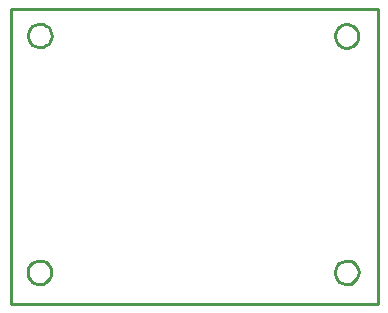
<source format=gko>
%FSTAX23Y23*%
%MOIN*%
%SFA1B1*%

%IPPOS*%
%ADD11C,0.010000*%
%LNsrt-wren-25-22-v103-1*%
%LPD*%
G54D11*
X00136Y00895D02*
X00135Y00905D01*
X00131Y00914*
X00126Y00922*
X00118Y00928*
X00109Y00933*
X00099Y00934*
X0009Y00934*
X0008Y00931*
X00072Y00926*
X00065Y00918*
X0006Y0091*
X00058Y009*
Y0089*
X0006Y00881*
X00065Y00872*
X00072Y00865*
X0008Y0086*
X0009Y00857*
X00099Y00856*
X00109Y00858*
X00118Y00862*
X00126Y00868*
X00131Y00876*
X00135Y00885*
X00136Y00895*
X00135Y00106D02*
X00134Y00116D01*
X0013Y00125*
X00125Y00133*
X00117Y00139*
X00108Y00143*
X00098Y00145*
X00089Y00144*
X00079Y00141*
X00071Y00136*
X00064Y00129*
X00059Y0012*
X00057Y00111*
Y00101*
X00059Y00091*
X00064Y00083*
X00071Y00075*
X00079Y0007*
X00089Y00067*
X00098Y00067*
X00108Y00068*
X00117Y00073*
X00125Y00079*
X0013Y00087*
X00134Y00096*
X00135Y00106*
X0116D02*
X01159Y00116D01*
X01155Y00125*
X01149Y00133*
X01142Y00139*
X01133Y00143*
X01123Y00145*
X01113Y00144*
X01104Y00141*
X01095Y00136*
X01089Y00129*
X01084Y0012*
X01082Y00111*
Y00101*
X01084Y00091*
X01089Y00083*
X01095Y00075*
X01104Y0007*
X01113Y00067*
X01123Y00067*
X01133Y00068*
X01142Y00073*
X01149Y00079*
X01155Y00087*
X01159Y00096*
X0116Y00106*
X01159Y00894D02*
X01158Y00904D01*
X01155Y00913*
X01149Y00921*
X01141Y00927*
X01132Y00931*
X01123Y00933*
X01113Y00932*
X01103Y00929*
X01095Y00924*
X01088Y00917*
X01083Y00908*
X01081Y00899*
Y00889*
X01083Y00879*
X01088Y00871*
X01095Y00863*
X01103Y00858*
X01113Y00855*
X01123Y00854*
X01132Y00856*
X01141Y00861*
X01149Y00867*
X01155Y00875*
X01158Y00884*
X01159Y00894*
X0Y0D02*
Y00984D01*
Y0D02*
X01223D01*
Y00984*
X0D02*
X01223D01*
M02*
</source>
